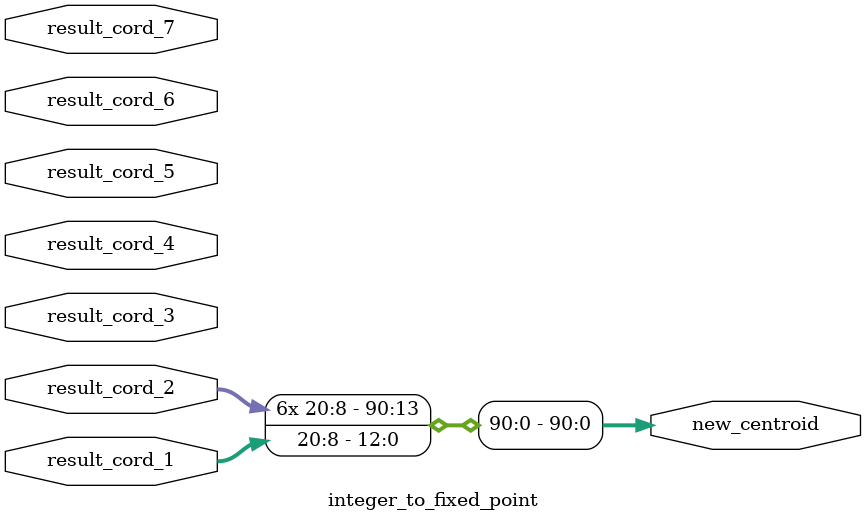
<source format=sv>
/*------------------------------------------------------------------------------
 * File          : integer_to_fixed_point.sv
 * Project       : MLProject
 * Author        : epedlh
 * Creation date : Nov 6, 2019
 * Description   :
 *------------------------------------------------------------------------------*/

module integer_to_fixed_point 
#(
	tc_mode          = 0,
	rem_mode         =1,
	accum_width      = 7*22,
	addrWidth        = 8,
	dataWidth        = 91,
	centroid_num     =8,
	accum_cord_width = 22,
	cordinate_width  = 13,
	count_width      = 10
)
(
	input [accum_cord_width-1:0] result_cord_1,
	input [accum_cord_width-1:0] result_cord_2,
	input [accum_cord_width-1:0] result_cord_3,
	input [accum_cord_width-1:0] result_cord_4,
	input [accum_cord_width-1:0] result_cord_5,
	input [accum_cord_width-1:0] result_cord_6,
	input [accum_cord_width-1:0] result_cord_7,
	//
	output [accum_width-1:0] new_centroid
);
// need to adress MSB problem
assign new_centroid[1*cordinate_width-1:0*cordinate_width] = result_cord_1[accum_cord_width-1:accum_cord_width-cordinate_width-1];
assign new_centroid[2*cordinate_width-1:1*cordinate_width] = result_cord_2[accum_cord_width-1:accum_cord_width-cordinate_width-1];
assign new_centroid[3*cordinate_width-1:2*cordinate_width] = result_cord_2[accum_cord_width-1:accum_cord_width-cordinate_width-1];
assign new_centroid[4*cordinate_width-1:3*cordinate_width] = result_cord_2[accum_cord_width-1:accum_cord_width-cordinate_width-1];
assign new_centroid[5*cordinate_width-1:4*cordinate_width] = result_cord_2[accum_cord_width-1:accum_cord_width-cordinate_width-1];
assign new_centroid[6*cordinate_width-1:5*cordinate_width] = result_cord_2[accum_cord_width-1:accum_cord_width-cordinate_width-1];
assign new_centroid[7*cordinate_width-1:6*cordinate_width] = result_cord_2[accum_cord_width-1:accum_cord_width-cordinate_width-1];

endmodule : integer_to_fixed_point
</source>
